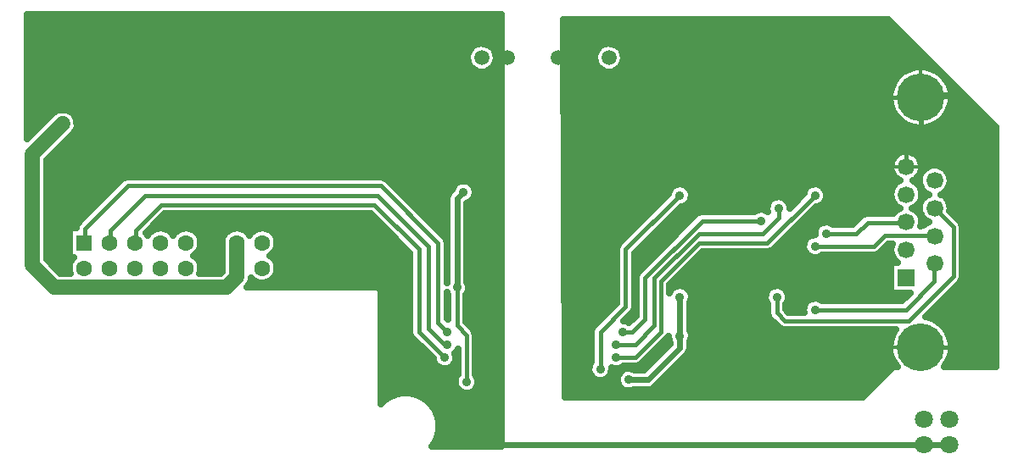
<source format=gbl>
G04 DipTrace 2.4.0.2*
%INDaughter-IsolatedRS2321.1.GBL*%
%MOMM*%
%ADD13C,0.4*%
%ADD14C,0.6*%
%ADD16C,1.5*%
%ADD18C,0.635*%
%ADD19C,0.33*%
%ADD25R,1.69X1.69*%
%ADD26C,1.69*%
%ADD27C,4.76*%
%ADD28C,1.6*%
%ADD29R,1.6X1.6*%
%ADD37C,1.8*%
%ADD38C,0.914*%
%FSLAX53Y53*%
G04*
G71*
G90*
G75*
G01*
%LNBottom*%
%LPD*%
X44133Y17463D2*
D14*
Y26353D1*
X44768Y26988D1*
X45085Y8050D2*
D13*
Y12700D1*
X44133Y13653D1*
Y17463D1*
X93270Y1730D2*
D14*
X90730D1*
X44943D1*
X42863Y3810D1*
Y5397D1*
X40640Y7620D1*
X38417D1*
X36512Y9525D1*
Y17145D1*
X34290Y19367D1*
X29845D1*
X25397Y23815D1*
X20163D1*
X19528Y23180D1*
Y19390D1*
X19600D1*
Y21930D1*
X45085Y6667D2*
D13*
X44133D1*
X42863Y5398D1*
X45525Y20227D2*
Y17096D1*
Y14410D1*
X45403Y14287D1*
X45525Y17096D2*
X46623D1*
X47625Y18097D1*
Y28575D1*
X46990Y29210D1*
X62075Y19205D2*
Y19848D1*
X68263Y26035D1*
Y29845D1*
X65801Y32307D1*
X64135Y33972D1*
X59690D1*
X57954Y35708D1*
X56039Y37624D1*
X55880Y37782D1*
Y40435D1*
X54219D1*
X90390Y11505D2*
X94381D1*
X96213Y13336D1*
Y34294D1*
X93672Y36834D1*
X90729D1*
X90390Y36495D1*
X88970Y29540D2*
Y31179D1*
X90497Y32706D1*
Y36388D1*
X90390Y36495D1*
X69989D1*
X65801Y32307D1*
X58315Y14400D2*
X56680Y16035D1*
Y34434D1*
X57954Y35708D1*
X55880Y38100D2*
X56039Y37624D1*
X76049Y16512D2*
Y14924D1*
X76843Y14130D1*
X89227D1*
X93672Y18576D1*
Y23523D1*
X91810Y25385D1*
X79860Y15242D2*
X88909D1*
X91767Y18099D1*
Y19802D1*
X91810Y19845D1*
X79860Y21592D2*
X85734D1*
X86845Y22704D1*
X91721D1*
X91810Y22615D1*
X80971Y22862D2*
X83988D1*
X85099Y23974D1*
X88944D1*
X88970Y24000D1*
X22140Y19390D2*
D16*
Y21930D1*
Y18489D1*
X21114Y17463D1*
X3969D1*
X1746Y19685D1*
Y30797D1*
X2382Y31433D1*
X3652Y32703D1*
X4766Y33817D1*
X2382Y31436D2*
Y31433D1*
X3652Y32706D2*
Y32703D1*
X43180Y13018D2*
D13*
X42227Y13970D1*
Y21907D1*
X36512Y27623D1*
X11270D1*
X6986Y23339D1*
Y21844D1*
X6900Y21930D1*
X43180Y11748D2*
X42863D1*
X41275Y13335D1*
Y21590D1*
X36195Y26670D1*
X13016D1*
X9526Y23180D1*
Y21844D1*
X9440Y21930D1*
X42863Y10477D2*
X40322Y13018D1*
Y21273D1*
X35877Y25718D1*
X14604D1*
X12066Y23180D1*
Y21844D1*
X11980Y21930D1*
X58426Y9320D2*
Y13024D1*
X60960Y15557D1*
Y21273D1*
X66358Y26670D1*
X60008Y10477D2*
X61913D1*
X64453Y13018D1*
Y18098D1*
X68263Y21907D1*
X75094D1*
X79857Y26670D1*
X60008Y11748D2*
X61913D1*
X63817Y13653D1*
Y18415D1*
X68263Y22860D1*
X74618D1*
X76208Y24450D1*
Y25400D1*
X60643Y13018D2*
X61595D1*
X62865Y14287D1*
Y18415D1*
X68583Y24133D1*
X74462D1*
X66358Y12630D2*
D14*
Y16510D1*
X61278Y8255D2*
X63183D1*
X66358Y11430D1*
Y12630D1*
D38*
X44133Y17463D3*
X44768Y26988D3*
X45085Y8050D3*
X44133Y17463D3*
X45085Y6667D3*
X45403Y14287D3*
X45525Y20227D3*
X46990Y29210D3*
D3*
X62075Y19205D3*
X58315Y14400D3*
X76049Y16512D3*
X79860Y15242D3*
Y21592D3*
X80971Y22862D3*
X4766Y33817D3*
D3*
X43180Y13018D3*
Y11748D3*
X42863Y10477D3*
X58426Y9320D3*
X66358Y26670D3*
X60008Y10477D3*
X79857Y26670D3*
X60008Y11748D3*
X76208Y25400D3*
X60643Y13018D3*
X74462Y24133D3*
X66358Y12630D3*
Y16510D3*
D3*
D3*
X61278Y8255D3*
X66358Y12630D3*
X2382Y31436D3*
X3652Y32706D3*
X19050Y40640D3*
Y39370D3*
Y38100D3*
Y36830D3*
Y35560D3*
Y34290D3*
X17780Y40640D3*
X16510D3*
X11430Y41910D3*
X12700D3*
X13970D3*
X15240D3*
X2540Y34290D3*
Y36830D3*
Y39370D3*
Y41910D3*
X4445Y21590D3*
Y24765D3*
Y27940D3*
X46990Y43815D3*
X44450D3*
X41910D3*
X39370D3*
X36830D3*
X34290D3*
X31750D3*
X29210D3*
X47625Y34290D3*
X45085D3*
X41910D3*
X38735D3*
X35560D3*
X32385D3*
X55880Y43180D3*
X58420D3*
X60960D3*
X63500D3*
X66040D3*
X68580D3*
X71120D3*
X73660D3*
X76200D3*
X78740D3*
X85090D3*
X87630D3*
X55880Y38100D3*
Y35560D3*
Y33020D3*
Y30480D3*
X72390Y7620D3*
X74930D3*
X83820D3*
X1334Y44136D2*
D18*
X48519D1*
X1334Y43504D2*
X48519D1*
X1334Y42872D2*
X48519D1*
X1334Y42241D2*
X48519D1*
X1334Y41609D2*
X45731D1*
X47465D2*
X48519D1*
X1334Y40977D2*
X45225D1*
X47981D2*
X48519D1*
X1334Y40346D2*
X45116D1*
X48080D2*
X48519D1*
X1334Y39714D2*
X45304D1*
X47892D2*
X48519D1*
X1334Y39082D2*
X46098D1*
X47108D2*
X48519D1*
X1334Y38451D2*
X48519D1*
X1334Y37819D2*
X48519D1*
X1334Y37187D2*
X48519D1*
X1334Y36556D2*
X48519D1*
X1334Y35924D2*
X48519D1*
X1334Y35292D2*
X48519D1*
X1334Y34661D2*
X3533D1*
X5972D2*
X48519D1*
X1334Y34029D2*
X2898D1*
X6240D2*
X48519D1*
X1334Y33397D2*
X2273D1*
X6190D2*
X48519D1*
X5793Y32766D2*
X48519D1*
X5158Y32134D2*
X48519D1*
X4523Y31502D2*
X48519D1*
X3898Y30871D2*
X48519D1*
X3263Y30239D2*
X48519D1*
X3234Y29607D2*
X48519D1*
X3234Y28976D2*
X48519D1*
X3234Y28344D2*
X10717D1*
X37067D2*
X48519D1*
X3234Y27712D2*
X10062D1*
X37722D2*
X43836D1*
X45699D2*
X48519D1*
X3234Y27081D2*
X9427D1*
X38347D2*
X43419D1*
X45957D2*
X48519D1*
X3234Y26449D2*
X8802D1*
X38982D2*
X43102D1*
X45828D2*
X48519D1*
X3234Y25817D2*
X8167D1*
X39617D2*
X43092D1*
X45173D2*
X48519D1*
X3234Y25186D2*
X7532D1*
X40242D2*
X43092D1*
X45173D2*
X48519D1*
X3234Y24554D2*
X6907D1*
X14743D2*
X35740D1*
X40877D2*
X43092D1*
X45173D2*
X48519D1*
X3234Y23922D2*
X6272D1*
X14108D2*
X36375D1*
X41512D2*
X43092D1*
X45173D2*
X48519D1*
X3234Y23291D2*
X5369D1*
X13473D2*
X13898D1*
X15150D2*
X16432D1*
X17690D2*
X21512D1*
X22770D2*
X24052D1*
X25310D2*
X37010D1*
X42137D2*
X43092D1*
X45173D2*
X48519D1*
X3234Y22659D2*
X5369D1*
X18404D2*
X20797D1*
X26024D2*
X37635D1*
X42772D2*
X43094D1*
X45173D2*
X48519D1*
X3234Y22027D2*
X5369D1*
X18593D2*
X20609D1*
X26213D2*
X38270D1*
X45173D2*
X48519D1*
X3234Y21396D2*
X5369D1*
X18493D2*
X20658D1*
X26113D2*
X38905D1*
X45173D2*
X48519D1*
X3234Y20764D2*
X5369D1*
X18027D2*
X20658D1*
X25647D2*
X39391D1*
X45173D2*
X48519D1*
X3372Y20132D2*
X5567D1*
X18394D2*
X20658D1*
X26014D2*
X39391D1*
X45173D2*
X48519D1*
X4007Y19501D2*
X5369D1*
X18593D2*
X20609D1*
X26213D2*
X39391D1*
X45173D2*
X48519D1*
X26123Y18869D2*
X39391D1*
X45173D2*
X48519D1*
X25657Y18237D2*
X39391D1*
X45173D2*
X48519D1*
X23315Y17606D2*
X39391D1*
X45312D2*
X48519D1*
X36571Y16974D2*
X39391D1*
X45213D2*
X48519D1*
X36571Y16342D2*
X39391D1*
X45064D2*
X48519D1*
X36571Y15711D2*
X39391D1*
X45064D2*
X48519D1*
X36571Y15079D2*
X39391D1*
X45064D2*
X48519D1*
X36571Y14447D2*
X39391D1*
X45064D2*
X48519D1*
X36571Y13816D2*
X39391D1*
X45263D2*
X48519D1*
X36571Y13184D2*
X39391D1*
X45878D2*
X48519D1*
X36571Y12552D2*
X39520D1*
X46017D2*
X48519D1*
X36571Y11921D2*
X40125D1*
X46017D2*
X48519D1*
X36571Y11289D2*
X40750D1*
X46017D2*
X48519D1*
X36571Y10657D2*
X41385D1*
X46017D2*
X48519D1*
X36571Y10026D2*
X41762D1*
X46017D2*
X48519D1*
X36571Y9394D2*
X42477D1*
X43248D2*
X44153D1*
X46017D2*
X48519D1*
X36571Y8762D2*
X44143D1*
X46027D2*
X48519D1*
X36571Y8131D2*
X43895D1*
X46275D2*
X48519D1*
X36571Y7499D2*
X44034D1*
X46136D2*
X48519D1*
X36571Y6867D2*
X38349D1*
X39657D2*
X48519D1*
X36571Y6236D2*
X36920D1*
X41085D2*
X48519D1*
X41711Y5604D2*
X48519D1*
X42088Y4972D2*
X48519D1*
X42296Y4341D2*
X48519D1*
X42385Y3709D2*
X48519D1*
X42346Y3077D2*
X48519D1*
X42177Y2446D2*
X48519D1*
X41859Y1814D2*
X48519D1*
X42306Y3283D2*
X42185Y2661D1*
X41949Y2072D1*
X41633Y1580D1*
X45085Y1588D1*
X48578D1*
X48577Y44767D1*
X1270Y44768D1*
Y32335D1*
X3760Y34823D1*
X4007Y35021D1*
X4293Y35159D1*
X4601Y35231D1*
X4918Y35232D1*
X5227Y35163D1*
X5514Y35028D1*
X5763Y34832D1*
X5963Y34586D1*
X6104Y34302D1*
X6178Y33994D1*
X6182Y33678D1*
X6116Y33368D1*
X5983Y33080D1*
X5772Y32811D1*
X3170Y30209D1*
X3169Y20270D1*
X4555Y18888D1*
X5526Y18885D1*
X5438Y19208D1*
X5433Y19525D1*
X5496Y19836D1*
X5624Y20126D1*
X5811Y20382D1*
X5892Y20454D1*
X5427Y20457D1*
Y23403D1*
X6112D1*
X6243Y23798D1*
X6593Y24180D1*
X10652Y28240D1*
X10912Y28419D1*
X11270Y28495D1*
X36512D1*
X36823Y28438D1*
X37130Y28240D1*
X42845Y22525D1*
X43024Y22265D1*
X43100Y21907D1*
Y17929D1*
X43165Y18039D1*
X43160Y21908D1*
Y26353D1*
X43211Y26664D1*
X43367Y26950D1*
X43676Y27272D1*
X43782Y27540D1*
X43974Y27792D1*
X44228Y27980D1*
X44525Y28091D1*
X44840Y28115D1*
X45150Y28051D1*
X45430Y27903D1*
X45658Y27683D1*
X45816Y27409D1*
X45892Y27102D1*
X45897Y26988D1*
X45853Y26674D1*
X45724Y26385D1*
X45519Y26144D1*
X45256Y25969D1*
X45114Y25924D1*
X45105Y24130D1*
Y18028D1*
X45181Y17884D1*
X45257Y17577D1*
X45262Y17463D1*
X45218Y17149D1*
X45089Y16860D1*
X45006Y16762D1*
X45005Y14020D1*
X45702Y13317D1*
X45881Y13057D1*
X45958Y12700D1*
Y8761D1*
X46133Y8471D1*
X46209Y8164D1*
X46215Y8050D1*
X46171Y7737D1*
X46041Y7448D1*
X45837Y7206D1*
X45573Y7031D1*
X45271Y6936D1*
X44955Y6928D1*
X44649Y7008D1*
X44377Y7169D1*
X44161Y7400D1*
X44017Y7682D1*
X43957Y7993D1*
X43985Y8308D1*
X44100Y8603D1*
X44214Y8752D1*
X44212Y11294D1*
X44136Y11145D1*
X43907Y10887D1*
X43987Y10592D1*
X43992Y10477D1*
X43948Y10164D1*
X43819Y9875D1*
X43614Y9634D1*
X43351Y9459D1*
X43049Y9363D1*
X42733Y9355D1*
X42426Y9435D1*
X42154Y9597D1*
X41938Y9828D1*
X41794Y10110D1*
X41747Y10352D1*
X39705Y12400D1*
X39526Y12660D1*
X39450Y13018D1*
Y20905D1*
X35517Y24844D1*
X14972Y24845D1*
X13053Y22932D1*
X13250Y22663D1*
X13431Y22922D1*
X13668Y23132D1*
X13945Y23286D1*
X14248Y23378D1*
X14564Y23402D1*
X14878Y23359D1*
X15175Y23249D1*
X15442Y23078D1*
X15667Y22855D1*
X15790Y22663D1*
X15971Y22922D1*
X16208Y23132D1*
X16485Y23286D1*
X16788Y23378D1*
X17104Y23402D1*
X17418Y23359D1*
X17715Y23249D1*
X17982Y23078D1*
X18207Y22855D1*
X18378Y22588D1*
X18488Y22291D1*
X18533Y21930D1*
X18499Y21615D1*
X18398Y21314D1*
X18236Y21043D1*
X18018Y20812D1*
X17798Y20660D1*
X17982Y20538D1*
X18207Y20315D1*
X18378Y20048D1*
X18488Y19751D1*
X18533Y19390D1*
X18499Y19075D1*
X18433Y18878D1*
X20528Y18885D1*
X20704Y19065D1*
X20678Y19208D1*
X20673Y19525D1*
X20718Y19748D1*
X20717Y21555D1*
X20678Y21748D1*
X20673Y22065D1*
X20736Y22376D1*
X20864Y22666D1*
X21051Y22922D1*
X21288Y23132D1*
X21565Y23286D1*
X21868Y23378D1*
X22184Y23402D1*
X22498Y23359D1*
X22795Y23249D1*
X23062Y23078D1*
X23287Y22855D1*
X23410Y22663D1*
X23591Y22922D1*
X23828Y23132D1*
X24105Y23286D1*
X24408Y23378D1*
X24724Y23402D1*
X25038Y23359D1*
X25335Y23249D1*
X25602Y23078D1*
X25827Y22855D1*
X25998Y22588D1*
X26108Y22291D1*
X26153Y21930D1*
X26119Y21615D1*
X26018Y21314D1*
X25856Y21043D1*
X25638Y20812D1*
X25418Y20660D1*
X25602Y20538D1*
X25827Y20315D1*
X25998Y20048D1*
X26108Y19751D1*
X26153Y19390D1*
X26119Y19075D1*
X26018Y18774D1*
X25856Y18503D1*
X25638Y18272D1*
X25377Y18092D1*
X25083Y17973D1*
X24771Y17920D1*
X24455Y17934D1*
X24148Y18016D1*
X23867Y18162D1*
X23623Y18364D1*
X23556Y18450D1*
Y18349D1*
X23490Y18039D1*
X23357Y17752D1*
X23125Y17462D1*
X36195Y17463D1*
X36463Y17307D1*
X36513Y17145D1*
Y5804D1*
X36869Y6147D1*
X37392Y6505D1*
X37973Y6758D1*
X38592Y6896D1*
X39226Y6913D1*
X39851Y6810D1*
X40446Y6590D1*
X40988Y6260D1*
X41457Y5834D1*
X41837Y5326D1*
X42113Y4756D1*
X42276Y4143D1*
X42321Y3600D1*
X42306Y3283D1*
X47987Y40120D2*
X47883Y39821D1*
X47715Y39552D1*
X47492Y39327D1*
X47224Y39157D1*
X46926Y39050D1*
X46612Y39012D1*
X46296Y39045D1*
X45996Y39146D1*
X45726Y39311D1*
X45499Y39532D1*
X45327Y39798D1*
X45217Y40096D1*
X45176Y40410D1*
X45206Y40725D1*
X45305Y41026D1*
X45468Y41298D1*
X45687Y41527D1*
X45951Y41702D1*
X46247Y41814D1*
X46561Y41857D1*
X46877Y41831D1*
X47179Y41734D1*
X47452Y41574D1*
X47683Y41357D1*
X47860Y41094D1*
X47975Y40799D1*
X48022Y40435D1*
X47987Y40120D1*
X43255Y16762D2*
X43096Y17033D1*
X43100Y14337D1*
X43260Y14288D1*
Y16738D1*
X43096Y17033D1*
X54843Y43664D2*
X87746D1*
X54843Y43033D2*
X88381D1*
X54843Y42401D2*
X89006D1*
X54853Y41769D2*
X58744D1*
X59853D2*
X89641D1*
X54853Y41138D2*
X58000D1*
X60598D2*
X90276D1*
X54853Y40506D2*
X57812D1*
X60786D2*
X90901D1*
X54853Y39874D2*
X57931D1*
X60667D2*
X91536D1*
X54863Y39243D2*
X58456D1*
X60141D2*
X88996D1*
X91782D2*
X92168D1*
X54863Y38611D2*
X88123D1*
X54863Y37979D2*
X87657D1*
X54863Y37348D2*
X87399D1*
X93389D2*
X94066D1*
X54873Y36716D2*
X87280D1*
X93499D2*
X94701D1*
X54873Y36084D2*
X87299D1*
X93479D2*
X95326D1*
X54873Y35453D2*
X87458D1*
X93320D2*
X95961D1*
X54883Y34821D2*
X87776D1*
X93002D2*
X96596D1*
X54883Y34189D2*
X88321D1*
X92457D2*
X97231D1*
X54883Y33558D2*
X89492D1*
X91286D2*
X97866D1*
X54883Y32926D2*
X97896D1*
X54893Y32294D2*
X97896D1*
X54893Y31663D2*
X97896D1*
X54893Y31031D2*
X88619D1*
X89321D2*
X97896D1*
X54893Y30399D2*
X87657D1*
X90284D2*
X97896D1*
X54902Y29768D2*
X87409D1*
X90532D2*
X97896D1*
X54902Y29136D2*
X87448D1*
X93032D2*
X97896D1*
X54902Y28504D2*
X87795D1*
X93350D2*
X97896D1*
X54902Y27873D2*
X87865D1*
X93360D2*
X97896D1*
X54912Y27241D2*
X65322D1*
X67394D2*
X78816D1*
X80898D2*
X87468D1*
X93082D2*
X97896D1*
X54912Y26609D2*
X64995D1*
X67553D2*
X78499D1*
X81047D2*
X87399D1*
X92774D2*
X97896D1*
X54912Y25978D2*
X64370D1*
X67315D2*
X75175D1*
X77247D2*
X77864D1*
X80808D2*
X87617D1*
X93270D2*
X97896D1*
X54912Y25346D2*
X63735D1*
X66332D2*
X75016D1*
X79826D2*
X88202D1*
X89738D2*
X90226D1*
X93389D2*
X97896D1*
X54922Y24714D2*
X63100D1*
X65697D2*
X67862D1*
X79201D2*
X84571D1*
X93776D2*
X97896D1*
X54922Y24083D2*
X62475D1*
X65072D2*
X67237D1*
X78566D2*
X83906D1*
X90552D2*
X90970D1*
X94401D2*
X97896D1*
X54922Y23451D2*
X61840D1*
X64437D2*
X66602D1*
X77931D2*
X79947D1*
X94610D2*
X97896D1*
X54932Y22819D2*
X61205D1*
X63802D2*
X65967D1*
X77306D2*
X79779D1*
X94610D2*
X97896D1*
X54932Y22188D2*
X60580D1*
X63177D2*
X65342D1*
X76671D2*
X78836D1*
X94610D2*
X97896D1*
X54932Y21556D2*
X60074D1*
X62542D2*
X64707D1*
X76036D2*
X78667D1*
X87000D2*
X87428D1*
X94610D2*
X97896D1*
X54932Y20924D2*
X60024D1*
X61907D2*
X64072D1*
X68575D2*
X78886D1*
X86355D2*
X87418D1*
X94610D2*
X97896D1*
X54942Y20293D2*
X60024D1*
X61897D2*
X63447D1*
X67950D2*
X87716D1*
X94610D2*
X97896D1*
X54942Y19661D2*
X60024D1*
X61897D2*
X62812D1*
X67315D2*
X87389D1*
X94610D2*
X97896D1*
X54942Y19029D2*
X60024D1*
X66680D2*
X87389D1*
X94610D2*
X97896D1*
X54942Y18398D2*
X60024D1*
X66055D2*
X87389D1*
X94590D2*
X97896D1*
X54952Y17766D2*
X60024D1*
X65420D2*
X87389D1*
X94163D2*
X97896D1*
X54952Y17134D2*
X60024D1*
X67364D2*
X75046D1*
X77058D2*
X87389D1*
X93528D2*
X97896D1*
X54952Y16503D2*
X60024D1*
X67553D2*
X74857D1*
X77247D2*
X88877D1*
X92893D2*
X97896D1*
X54952Y15871D2*
X59975D1*
X67394D2*
X75056D1*
X77038D2*
X78856D1*
X92268D2*
X97896D1*
X54962Y15239D2*
X59340D1*
X67394D2*
X75115D1*
X77028D2*
X78667D1*
X91633D2*
X97896D1*
X54962Y14608D2*
X58714D1*
X61312D2*
X61889D1*
X67394D2*
X75175D1*
X90998D2*
X97896D1*
X54962Y13976D2*
X58079D1*
X67394D2*
X75701D1*
X92248D2*
X97896D1*
X54962Y13344D2*
X57554D1*
X67394D2*
X76405D1*
X92893D2*
X97896D1*
X54972Y12713D2*
X57494D1*
X67543D2*
X87528D1*
X93260D2*
X97896D1*
X54972Y12081D2*
X57494D1*
X64814D2*
X65303D1*
X67404D2*
X87329D1*
X93449D2*
X97896D1*
X54972Y11449D2*
X57494D1*
X64179D2*
X64935D1*
X67394D2*
X87270D1*
X93508D2*
X97896D1*
X54982Y10818D2*
X57494D1*
X63554D2*
X64310D1*
X67176D2*
X87349D1*
X93429D2*
X97896D1*
X54982Y10186D2*
X57494D1*
X62919D2*
X63675D1*
X66551D2*
X87577D1*
X93211D2*
X97896D1*
X54982Y9554D2*
X57256D1*
X60727D2*
X63040D1*
X65916D2*
X87974D1*
X92804D2*
X97896D1*
X54982Y8923D2*
X57306D1*
X59546D2*
X60302D1*
X65291D2*
X87002D1*
X54992Y8291D2*
X57901D1*
X58951D2*
X60084D1*
X64656D2*
X86367D1*
X54992Y7659D2*
X60252D1*
X64031D2*
X85732D1*
X54992Y7028D2*
X85107D1*
X87770Y19978D2*
X88117D1*
X87958Y20099D1*
X87745Y20334D1*
X87585Y20608D1*
X87486Y20909D1*
X87452Y21224D1*
X87484Y21539D1*
X87578Y21832D1*
X87207Y21831D1*
X86351Y20975D1*
X86091Y20796D1*
X85734Y20719D1*
X80585D1*
X80348Y20573D1*
X80046Y20478D1*
X79730Y20470D1*
X79424Y20550D1*
X79152Y20712D1*
X78935Y20943D1*
X78791Y21224D1*
X78731Y21535D1*
X78760Y21850D1*
X78874Y22145D1*
X79066Y22397D1*
X79320Y22585D1*
X79617Y22696D1*
X79844Y22713D1*
X79871Y23120D1*
X79986Y23415D1*
X80178Y23667D1*
X80432Y23855D1*
X80728Y23966D1*
X81044Y23990D1*
X81354Y23925D1*
X81683Y23730D1*
X83620Y23735D1*
X84482Y24591D1*
X84742Y24770D1*
X85099Y24847D1*
X87708D1*
X87949Y25123D1*
X88204Y25310D1*
X88357Y25380D1*
X88215Y25453D1*
X87958Y25639D1*
X87745Y25874D1*
X87585Y26148D1*
X87486Y26449D1*
X87452Y26764D1*
X87484Y27079D1*
X87581Y27381D1*
X87738Y27656D1*
X87949Y27893D1*
X88204Y28080D1*
X88357Y28150D1*
X88056Y28328D1*
X87824Y28545D1*
X87642Y28804D1*
X87518Y29096D1*
X87458Y29407D1*
X87463Y29724D1*
X87534Y30033D1*
X87668Y30320D1*
X87858Y30574D1*
X88097Y30782D1*
X88374Y30936D1*
X88677Y31029D1*
X88993Y31058D1*
X89307Y31020D1*
X89607Y30918D1*
X89879Y30755D1*
X90112Y30540D1*
X90295Y30281D1*
X90420Y29990D1*
X90482Y29679D1*
X90476Y29350D1*
X90404Y29041D1*
X90269Y28755D1*
X90078Y28502D1*
X89838Y28295D1*
X89591Y28155D1*
X89978Y27905D1*
X90191Y27671D1*
X90352Y27398D1*
X90452Y27097D1*
X90488Y26770D1*
X90455Y26455D1*
X90357Y26153D1*
X90199Y25879D1*
X89987Y25643D1*
X89731Y25456D1*
X89577Y25388D1*
X89720Y25320D1*
X89978Y25135D1*
X90191Y24901D1*
X90352Y24628D1*
X90452Y24327D1*
X90488Y24000D1*
X90455Y23685D1*
X90421Y23581D1*
X90789Y23738D1*
X91044Y23925D1*
X91197Y23995D1*
X91055Y24068D1*
X90798Y24254D1*
X90585Y24489D1*
X90425Y24763D1*
X90326Y25064D1*
X90292Y25379D1*
X90324Y25694D1*
X90421Y25996D1*
X90578Y26271D1*
X90789Y26508D1*
X91044Y26695D1*
X91197Y26765D1*
X91055Y26838D1*
X90798Y27024D1*
X90585Y27259D1*
X90425Y27533D1*
X90326Y27834D1*
X90292Y28149D1*
X90324Y28464D1*
X90421Y28766D1*
X90578Y29041D1*
X90789Y29278D1*
X91044Y29465D1*
X91333Y29596D1*
X91642Y29664D1*
X91959Y29666D1*
X92270Y29602D1*
X92560Y29475D1*
X92818Y29290D1*
X93031Y29056D1*
X93192Y28783D1*
X93292Y28482D1*
X93328Y28155D1*
X93295Y27840D1*
X93197Y27538D1*
X93039Y27264D1*
X92827Y27028D1*
X92571Y26841D1*
X92417Y26773D1*
X92560Y26705D1*
X92818Y26520D1*
X93031Y26286D1*
X93192Y26013D1*
X93292Y25712D1*
X93328Y25385D1*
X93300Y25119D1*
X94290Y24140D1*
X94469Y23880D1*
X94545Y23523D1*
Y18576D1*
X94488Y18265D1*
X94290Y17958D1*
X90861Y14521D1*
X91293Y14421D1*
X91707Y14259D1*
X92093Y14039D1*
X92442Y13765D1*
X92748Y13444D1*
X93005Y13081D1*
X93206Y12685D1*
X93347Y12264D1*
X93426Y11827D1*
X93440Y11378D1*
X93390Y10937D1*
X93275Y10508D1*
X93100Y10100D1*
X92868Y9721D1*
X92715Y9526D1*
X97959D1*
Y33527D1*
X89397Y42075D1*
X87187Y44285D1*
X82232Y44292D1*
X54779Y44296D1*
X54933Y6509D1*
X84649D1*
X87583Y9436D1*
X87798Y9526D1*
X88066D1*
X87807Y9877D1*
X87598Y10269D1*
X87449Y10687D1*
X87361Y11123D1*
X87338Y11566D1*
X87379Y12008D1*
X87484Y12440D1*
X87650Y12852D1*
X87874Y13235D1*
X87892Y13259D1*
X76843Y13257D1*
X76533Y13314D1*
X76226Y13513D1*
X75432Y14307D1*
X75253Y14567D1*
X75176Y14924D1*
Y15787D1*
X74981Y16144D1*
X74921Y16455D1*
X74949Y16770D1*
X75064Y17065D1*
X75256Y17316D1*
X75510Y17505D1*
X75807Y17615D1*
X76122Y17639D1*
X76432Y17575D1*
X76712Y17427D1*
X76940Y17207D1*
X77098Y16933D1*
X77173Y16626D1*
X77179Y16512D1*
X77135Y16198D1*
X77005Y15910D1*
X76922Y15812D1*
Y15291D1*
X77207Y15001D1*
X78758Y15003D1*
X78731Y15184D1*
X78760Y15500D1*
X78874Y15795D1*
X79066Y16046D1*
X79320Y16235D1*
X79617Y16345D1*
X79933Y16369D1*
X80242Y16305D1*
X80572Y16109D1*
X86845Y16115D1*
X88541D1*
X89380Y16946D1*
X87452Y16942D1*
Y19978D1*
X87770D1*
X93442Y36432D2*
X93401Y35989D1*
X93296Y35558D1*
X93129Y35146D1*
X92904Y34763D1*
X92626Y34417D1*
X92301Y34114D1*
X91935Y33862D1*
X91537Y33666D1*
X91115Y33529D1*
X90677Y33456D1*
X90233Y33446D1*
X89792Y33501D1*
X89364Y33620D1*
X88958Y33799D1*
X88582Y34035D1*
X88244Y34324D1*
X87952Y34658D1*
X87711Y35031D1*
X87527Y35436D1*
X87403Y35862D1*
X87343Y36302D1*
X87347Y36746D1*
X87416Y37185D1*
X87548Y37609D1*
X87739Y38010D1*
X87987Y38378D1*
X88286Y38707D1*
X88629Y38989D1*
X89010Y39218D1*
X89419Y39389D1*
X89849Y39500D1*
X90291Y39546D1*
X90735Y39528D1*
X91171Y39446D1*
X91591Y39302D1*
X91986Y39098D1*
X92346Y38839D1*
X92666Y38530D1*
X92937Y38178D1*
X93154Y37791D1*
X93313Y37376D1*
X93410Y36943D1*
X93443Y36495D1*
X93442Y36432D1*
X60687Y40120D2*
X60583Y39821D1*
X60415Y39552D1*
X60192Y39327D1*
X59924Y39157D1*
X59626Y39050D1*
X59312Y39012D1*
X58996Y39045D1*
X58696Y39146D1*
X58426Y39311D1*
X58199Y39532D1*
X58027Y39798D1*
X57917Y40096D1*
X57876Y40410D1*
X57906Y40725D1*
X58005Y41026D1*
X58168Y41298D1*
X58387Y41527D1*
X58651Y41702D1*
X58947Y41814D1*
X59261Y41857D1*
X59577Y41831D1*
X59879Y41734D1*
X60152Y41574D1*
X60383Y41357D1*
X60560Y41094D1*
X60675Y40799D1*
X60722Y40435D1*
X60687Y40120D1*
X57553Y10044D2*
Y13024D1*
X57610Y13334D1*
X57809Y13641D1*
X60089Y15921D1*
X60087Y21273D1*
X60144Y21583D1*
X60343Y21890D1*
X65233Y26780D1*
X65257Y26928D1*
X65372Y27223D1*
X65564Y27475D1*
X65818Y27663D1*
X66115Y27774D1*
X66430Y27798D1*
X66740Y27733D1*
X67020Y27585D1*
X67248Y27366D1*
X67406Y27091D1*
X67482Y26784D1*
X67487Y26670D1*
X67443Y26357D1*
X67314Y26068D1*
X67109Y25826D1*
X66846Y25651D1*
X66475Y25554D1*
X61832Y20910D1*
X61833Y15557D1*
X61776Y15247D1*
X61577Y14940D1*
X60770Y14133D1*
X61025Y14081D1*
X61279Y13947D1*
X61995Y14652D1*
X61992Y18415D1*
X62049Y18726D1*
X62248Y19032D1*
X67965Y24750D1*
X68225Y24929D1*
X68583Y25005D1*
X73752D1*
X73922Y25126D1*
X74219Y25236D1*
X74534Y25260D1*
X74844Y25196D1*
X75145Y25027D1*
X75080Y25343D1*
X75108Y25658D1*
X75223Y25953D1*
X75415Y26205D1*
X75669Y26393D1*
X75965Y26504D1*
X76281Y26528D1*
X76591Y26463D1*
X76871Y26315D1*
X77098Y26096D1*
X77256Y25821D1*
X77332Y25514D1*
X77337Y25390D1*
X78736Y26783D1*
X78757Y26928D1*
X78871Y27223D1*
X79063Y27475D1*
X79318Y27663D1*
X79614Y27774D1*
X79930Y27798D1*
X80240Y27733D1*
X80519Y27585D1*
X80747Y27366D1*
X80905Y27091D1*
X80981Y26784D1*
X80987Y26670D1*
X80942Y26357D1*
X80813Y26068D1*
X80608Y25826D1*
X80345Y25651D1*
X79974Y25554D1*
X75712Y21290D1*
X75452Y21111D1*
X75094Y21035D1*
X68615D1*
X65323Y17733D1*
X65325Y16976D1*
X65564Y17315D1*
X65818Y17503D1*
X66115Y17614D1*
X66430Y17638D1*
X66740Y17573D1*
X67020Y17425D1*
X67248Y17206D1*
X67406Y16931D1*
X67482Y16624D1*
X67487Y16510D1*
X67443Y16197D1*
X67334Y15953D1*
X67330Y13206D1*
X67406Y13051D1*
X67482Y12744D1*
X67487Y12630D1*
X67443Y12317D1*
X67334Y12073D1*
X67330Y11430D1*
X67279Y11118D1*
X67123Y10832D1*
X66596Y10293D1*
X63871Y7567D1*
X63614Y7383D1*
X63301Y7291D1*
X62548Y7282D1*
X61843D1*
X61766Y7236D1*
X61464Y7141D1*
X61148Y7133D1*
X60841Y7213D1*
X60569Y7375D1*
X60353Y7605D1*
X60209Y7887D1*
X60149Y8198D1*
X60177Y8513D1*
X60292Y8808D1*
X60484Y9060D1*
X60738Y9248D1*
X61035Y9359D1*
X61350Y9383D1*
X61660Y9318D1*
X61826Y9230D1*
X62776Y9228D1*
X65378Y11827D1*
X65233Y12622D1*
X65070Y12400D1*
X62530Y9860D1*
X62270Y9681D1*
X61913Y9605D1*
X60732D1*
X60496Y9459D1*
X60194Y9363D1*
X59878Y9355D1*
X59546Y9450D1*
X59556Y9320D1*
X59512Y9007D1*
X59382Y8718D1*
X59178Y8476D1*
X58914Y8301D1*
X58613Y8206D1*
X58296Y8198D1*
X57990Y8278D1*
X57718Y8439D1*
X57502Y8670D1*
X57358Y8952D1*
X57298Y9263D1*
X57326Y9578D1*
X57441Y9873D1*
X57555Y10022D1*
X65326Y16943D2*
X65372Y17063D1*
X65564Y17315D1*
X65818Y17503D1*
X66115Y17614D1*
X66430Y17638D1*
X66740Y17573D1*
X67020Y17425D1*
X67248Y17206D1*
X67406Y16931D1*
X67482Y16624D1*
X67487Y16510D1*
X67443Y16197D1*
X67334Y15953D1*
X65326Y16943D2*
X65372Y17063D1*
X65564Y17315D1*
X65818Y17503D1*
X66115Y17614D1*
X66430Y17638D1*
X66740Y17573D1*
X67020Y17425D1*
X67248Y17206D1*
X67406Y16931D1*
X67482Y16624D1*
X67487Y16510D1*
X67443Y16197D1*
X67334Y15953D1*
X88970Y31057D2*
D19*
Y29540D1*
X87453D2*
X90487D1*
X90390Y39547D2*
Y33443D1*
X87338Y36495D2*
X93442D1*
X87338Y11505D2*
X93442D1*
D25*
X88970Y18460D3*
D26*
Y21230D3*
Y24000D3*
Y26770D3*
Y29540D3*
X91810Y19845D3*
Y22615D3*
Y25385D3*
Y28155D3*
D27*
X90390Y36495D3*
Y11505D3*
D28*
X6900Y19390D3*
D29*
Y21930D3*
D28*
X9440Y19390D3*
Y21930D3*
X11980Y19390D3*
Y21930D3*
X14520Y19390D3*
Y21930D3*
X17060Y19390D3*
Y21930D3*
X19600Y19390D3*
Y21930D3*
X22140Y19390D3*
Y21930D3*
X24680Y19390D3*
Y21930D3*
D16*
X46599Y40435D3*
X49139D3*
X54219D3*
X59299D3*
D37*
X93270Y1730D3*
X90730D3*
Y4270D3*
X93270D3*
M02*

</source>
